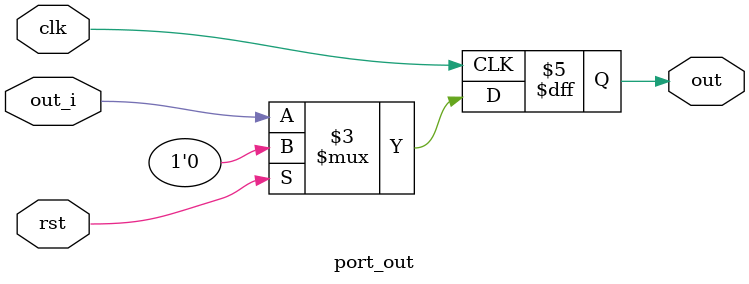
<source format=v>
module port_out

(
    input       clk,
    input       rst,
    input       out_i,
    output reg  out
);

always @(negedge clk)
    begin
        if(rst)
        out <= 0;
        else
        out <= out_i;
    end
endmodule

</source>
